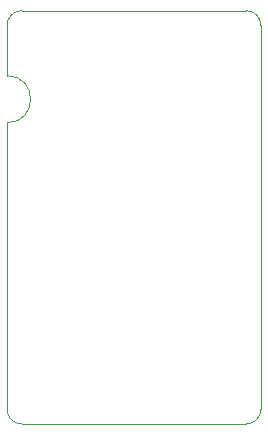
<source format=gbr>
%TF.GenerationSoftware,Altium Limited,Altium Designer,22.11.1 (43)*%
G04 Layer_Color=16711935*
%FSLAX45Y45*%
%MOMM*%
%TF.SameCoordinates,77F1110F-2A09-4361-93A5-D97A60E4CA06*%
%TF.FilePolarity,Positive*%
%TF.FileFunction,Other,Board_Shape*%
%TF.Part,Single*%
G01*
G75*
%TA.AperFunction,NonConductor*%
%ADD44C,0.10000*%
D44*
X2150000Y3375000D02*
G03*
X2025000Y3500000I-125000J0D01*
G01*
Y0D02*
G03*
X2150000Y125000I0J125000D01*
G01*
X125000Y3500000D02*
G03*
X0Y3375000I0J-125000D01*
G01*
Y125000D02*
G03*
X125000Y0I125000J0D01*
G01*
X0Y2550000D02*
G03*
X0Y2950000I0J200000D01*
G01*
X2150000Y125000D02*
Y3375001D01*
X125000Y3500000D02*
X2025000Y3500000D01*
X0Y2950000D02*
Y3375000D01*
Y125000D02*
Y2550000D01*
X125000Y-0D02*
X2025000Y0D01*
%TF.MD5,b10b1eed99c49de9e2699d9503887700*%
M02*

</source>
